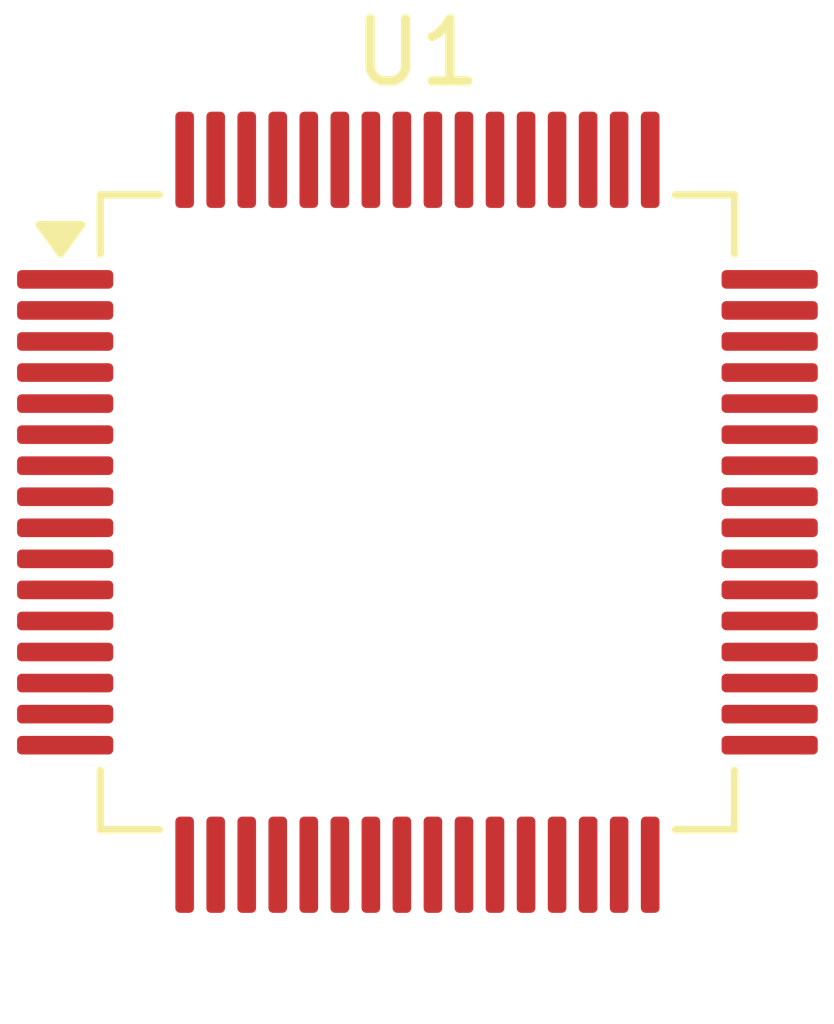
<source format=kicad_pcb>
(kicad_pcb (version 20241229) (generator "pcbnew") (generator_version "9.0")
  (layers (0 "F.Cu" signal) (2 "B.Cu" signal) (13 "F.Paste" user) (15 "B.Paste" user) (5 "F.SilkS" user "F.Silkscreen") (7 "B.SilkS" user "B.Silkscreen") (1 "F.Mask" user) (3 "B.Mask" user) (25 "Edge.Cuts" user))
  (net 0 "")
  (net 4 "Net-(U1-VSS-Pad18)")
  (footprint "Package_QFP:LQFP-64_10x10mm_P0.5mm" (layer "F.Cu") (at 440.75 -41.175)
    (property "Reference" "U1" (at 0 -7.4 0) (layer "F.SilkS"))
    (property "Value" "STM32F446RETx")
    (fp_line (start -5.11 -5.11) (end -4.16 -5.11) (stroke (width 0.12)) (layer "F.SilkS"))
    (fp_line (start -5.11 -4.16) (end -5.11 -5.11) (stroke (width 0.12)) (layer "F.SilkS"))
    (fp_line (start -5.11 5.11) (end -5.11 4.16) (stroke (width 0.12)) (layer "F.SilkS"))
    (fp_line (start -4.16 5.11) (end -5.11 5.11) (stroke (width 0.12)) (layer "F.SilkS"))
    (fp_line (start 4.16 -5.11) (end 5.11 -5.11) (stroke (width 0.12)) (layer "F.SilkS"))
    (fp_line (start 5.11 -5.11) (end 5.11 -4.16) (stroke (width 0.12)) (layer "F.SilkS"))
    (fp_line (start 5.11 4.16) (end 5.11 5.11) (stroke (width 0.12)) (layer "F.SilkS"))
    (fp_line (start 5.11 5.11) (end 4.16 5.11) (stroke (width 0.12)) (layer "F.SilkS"))
    (fp_poly (pts (xy -5.75 -4.16) (xy -6.09 -4.63) (xy -5.41 -4.63)) (stroke (width 0.12)) (fill yes) (layer "F.SilkS"))
    (pad "1" smd roundrect (at -5.675 -3.75) (size 1.55 0.3) (layers "F.Cu" "F.Mask" "F.Paste"))
    (pad "2" smd roundrect (at -5.675 -3.25) (size 1.55 0.3) (layers "F.Cu" "F.Mask" "F.Paste"))
    (pad "3" smd roundrect (at -5.675 -2.75) (size 1.55 0.3) (layers "F.Cu" "F.Mask" "F.Paste"))
    (pad "4" smd roundrect (at -5.675 -2.25) (size 1.55 0.3) (layers "F.Cu" "F.Mask" "F.Paste"))
    (pad "5" smd roundrect (at -5.675 -1.75) (size 1.55 0.3) (layers "F.Cu" "F.Mask" "F.Paste"))
    (pad "6" smd roundrect (at -5.675 -1.25) (size 1.55 0.3) (layers "F.Cu" "F.Mask" "F.Paste"))
    (pad "7" smd roundrect (at -5.675 -0.75) (size 1.55 0.3) (layers "F.Cu" "F.Mask" "F.Paste"))
    (pad "8" smd roundrect (at -5.675 -0.25) (size 1.55 0.3) (layers "F.Cu" "F.Mask" "F.Paste"))
    (pad "9" smd roundrect (at -5.675 0.25) (size 1.55 0.3) (layers "F.Cu" "F.Mask" "F.Paste"))
    (pad "10" smd roundrect (at -5.675 0.75) (size 1.55 0.3) (layers "F.Cu" "F.Mask" "F.Paste"))
    (pad "11" smd roundrect (at -5.675 1.25) (size 1.55 0.3) (layers "F.Cu" "F.Mask" "F.Paste"))
    (pad "12" smd roundrect (at -5.675 1.75) (size 1.55 0.3) (layers "F.Cu" "F.Mask" "F.Paste"))
    (pad "13" smd roundrect (at -5.675 2.25) (size 1.55 0.3) (layers "F.Cu" "F.Mask" "F.Paste"))
    (pad "14" smd roundrect (at -5.675 2.75) (size 1.55 0.3) (layers "F.Cu" "F.Mask" "F.Paste"))
    (pad "15" smd roundrect (at -5.675 3.25) (size 1.55 0.3) (layers "F.Cu" "F.Mask" "F.Paste"))
    (pad "16" smd roundrect (at -5.675 3.75) (size 1.55 0.3) (layers "F.Cu" "F.Mask" "F.Paste"))
    (pad "17" smd roundrect (at -3.75 5.675) (size 0.3 1.55) (layers "F.Cu" "F.Mask" "F.Paste"))
    (pad "18" smd roundrect (at -3.25 5.675) (size 0.3 1.55) (layers "F.Cu" "F.Mask" "F.Paste") (net 4 "Net-(U1-VSS-Pad18)"))
    (pad "19" smd roundrect (at -2.75 5.675) (size 0.3 1.55) (layers "F.Cu" "F.Mask" "F.Paste"))
    (pad "20" smd roundrect (at -2.25 5.675) (size 0.3 1.55) (layers "F.Cu" "F.Mask" "F.Paste"))
    (pad "21" smd roundrect (at -1.75 5.675) (size 0.3 1.55) (layers "F.Cu" "F.Mask" "F.Paste"))
    (pad "22" smd roundrect (at -1.25 5.675) (size 0.3 1.55) (layers "F.Cu" "F.Mask" "F.Paste"))
    (pad "23" smd roundrect (at -0.75 5.675) (size 0.3 1.55) (layers "F.Cu" "F.Mask" "F.Paste"))
    (pad "24" smd roundrect (at -0.25 5.675) (size 0.3 1.55) (layers "F.Cu" "F.Mask" "F.Paste"))
    (pad "25" smd roundrect (at 0.25 5.675) (size 0.3 1.55) (layers "F.Cu" "F.Mask" "F.Paste"))
    (pad "26" smd roundrect (at 0.75 5.675) (size 0.3 1.55) (layers "F.Cu" "F.Mask" "F.Paste"))
    (pad "27" smd roundrect (at 1.25 5.675) (size 0.3 1.55) (layers "F.Cu" "F.Mask" "F.Paste"))
    (pad "28" smd roundrect (at 1.75 5.675) (size 0.3 1.55) (layers "F.Cu" "F.Mask" "F.Paste"))
    (pad "29" smd roundrect (at 2.25 5.675) (size 0.3 1.55) (layers "F.Cu" "F.Mask" "F.Paste"))
    (pad "30" smd roundrect (at 2.75 5.675) (size 0.3 1.55) (layers "F.Cu" "F.Mask" "F.Paste"))
    (pad "31" smd roundrect (at 3.25 5.675) (size 0.3 1.55) (layers "F.Cu" "F.Mask" "F.Paste") (net 4 "Net-(U1-VSS-Pad18)"))
    (pad "32" smd roundrect (at 3.75 5.675) (size 0.3 1.55) (layers "F.Cu" "F.Mask" "F.Paste"))
    (pad "33" smd roundrect (at 5.675 3.75) (size 1.55 0.3) (layers "F.Cu" "F.Mask" "F.Paste"))
    (pad "34" smd roundrect (at 5.675 3.25) (size 1.55 0.3) (layers "F.Cu" "F.Mask" "F.Paste"))
    (pad "35" smd roundrect (at 5.675 2.75) (size 1.55 0.3) (layers "F.Cu" "F.Mask" "F.Paste"))
    (pad "36" smd roundrect (at 5.675 2.25) (size 1.55 0.3) (layers "F.Cu" "F.Mask" "F.Paste"))
    (pad "37" smd roundrect (at 5.675 1.75) (size 1.55 0.3) (layers "F.Cu" "F.Mask" "F.Paste"))
    (pad "38" smd roundrect (at 5.675 1.25) (size 1.55 0.3) (layers "F.Cu" "F.Mask" "F.Paste"))
    (pad "39" smd roundrect (at 5.675 0.75) (size 1.55 0.3) (layers "F.Cu" "F.Mask" "F.Paste"))
    (pad "40" smd roundrect (at 5.675 0.25) (size 1.55 0.3) (layers "F.Cu" "F.Mask" "F.Paste"))
    (pad "41" smd roundrect (at 5.675 -0.25) (size 1.55 0.3) (layers "F.Cu" "F.Mask" "F.Paste"))
    (pad "42" smd roundrect (at 5.675 -0.75) (size 1.55 0.3) (layers "F.Cu" "F.Mask" "F.Paste"))
    (pad "43" smd roundrect (at 5.675 -1.25) (size 1.55 0.3) (layers "F.Cu" "F.Mask" "F.Paste"))
    (pad "44" smd roundrect (at 5.675 -1.75) (size 1.55 0.3) (layers "F.Cu" "F.Mask" "F.Paste"))
    (pad "45" smd roundrect (at 5.675 -2.25) (size 1.55 0.3) (layers "F.Cu" "F.Mask" "F.Paste"))
    (pad "46" smd roundrect (at 5.675 -2.75) (size 1.55 0.3) (layers "F.Cu" "F.Mask" "F.Paste"))
    (pad "47" smd roundrect (at 5.675 -3.25) (size 1.55 0.3) (layers "F.Cu" "F.Mask" "F.Paste") (net 4 "Net-(U1-VSS-Pad18)"))
    (pad "48" smd roundrect (at 5.675 -3.75) (size 1.55 0.3) (layers "F.Cu" "F.Mask" "F.Paste"))
    (pad "49" smd roundrect (at 3.75 -5.675) (size 0.3 1.55) (layers "F.Cu" "F.Mask" "F.Paste"))
    (pad "50" smd roundrect (at 3.25 -5.675) (size 0.3 1.55) (layers "F.Cu" "F.Mask" "F.Paste"))
    (pad "51" smd roundrect (at 2.75 -5.675) (size 0.3 1.55) (layers "F.Cu" "F.Mask" "F.Paste"))
    (pad "52" smd roundrect (at 2.25 -5.675) (size 0.3 1.55) (layers "F.Cu" "F.Mask" "F.Paste"))
    (pad "53" smd roundrect (at 1.75 -5.675) (size 0.3 1.55) (layers "F.Cu" "F.Mask" "F.Paste"))
    (pad "54" smd roundrect (at 1.25 -5.675) (size 0.3 1.55) (layers "F.Cu" "F.Mask" "F.Paste"))
    (pad "55" smd roundrect (at 0.75 -5.675) (size 0.3 1.55) (layers "F.Cu" "F.Mask" "F.Paste"))
    (pad "56" smd roundrect (at 0.25 -5.675) (size 0.3 1.55) (layers "F.Cu" "F.Mask" "F.Paste"))
    (pad "57" smd roundrect (at -0.25 -5.675) (size 0.3 1.55) (layers "F.Cu" "F.Mask" "F.Paste"))
    (pad "58" smd roundrect (at -0.75 -5.675) (size 0.3 1.55) (layers "F.Cu" "F.Mask" "F.Paste"))
    (pad "59" smd roundrect (at -1.25 -5.675) (size 0.3 1.55) (layers "F.Cu" "F.Mask" "F.Paste"))
    (pad "60" smd roundrect (at -1.75 -5.675) (size 0.3 1.55) (layers "F.Cu" "F.Mask" "F.Paste"))
    (pad "61" smd roundrect (at -2.25 -5.675) (size 0.3 1.55) (layers "F.Cu" "F.Mask" "F.Paste"))
    (pad "62" smd roundrect (at -2.75 -5.675) (size 0.3 1.55) (layers "F.Cu" "F.Mask" "F.Paste"))
    (pad "63" smd roundrect (at -3.25 -5.675) (size 0.3 1.55) (layers "F.Cu" "F.Mask" "F.Paste") (net 4 "Net-(U1-VSS-Pad18)"))
    (pad "64" smd roundrect (at -3.75 -5.675) (size 0.3 1.55) (layers "F.Cu" "F.Mask" "F.Paste"))
  )
)
</source>
